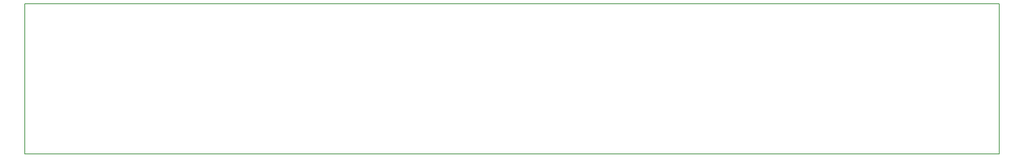
<source format=gm1>
G04 #@! TF.GenerationSoftware,KiCad,Pcbnew,(6.0.1)*
G04 #@! TF.CreationDate,2022-09-12T09:43:39+02:00*
G04 #@! TF.ProjectId,Distrib,44697374-7269-4622-9e6b-696361645f70,rev?*
G04 #@! TF.SameCoordinates,Original*
G04 #@! TF.FileFunction,Profile,NP*
%FSLAX46Y46*%
G04 Gerber Fmt 4.6, Leading zero omitted, Abs format (unit mm)*
G04 Created by KiCad (PCBNEW (6.0.1)) date 2022-09-12 09:43:39*
%MOMM*%
%LPD*%
G01*
G04 APERTURE LIST*
G04 #@! TA.AperFunction,Profile*
%ADD10C,0.150000*%
G04 #@! TD*
G04 APERTURE END LIST*
D10*
X251000000Y-54000000D02*
X31000000Y-54000000D01*
X251000000Y-54000000D02*
X251000000Y-88000000D01*
X31000000Y-88000000D02*
X251000000Y-88000000D01*
X31000000Y-54000000D02*
X31000000Y-88000000D01*
M02*

</source>
